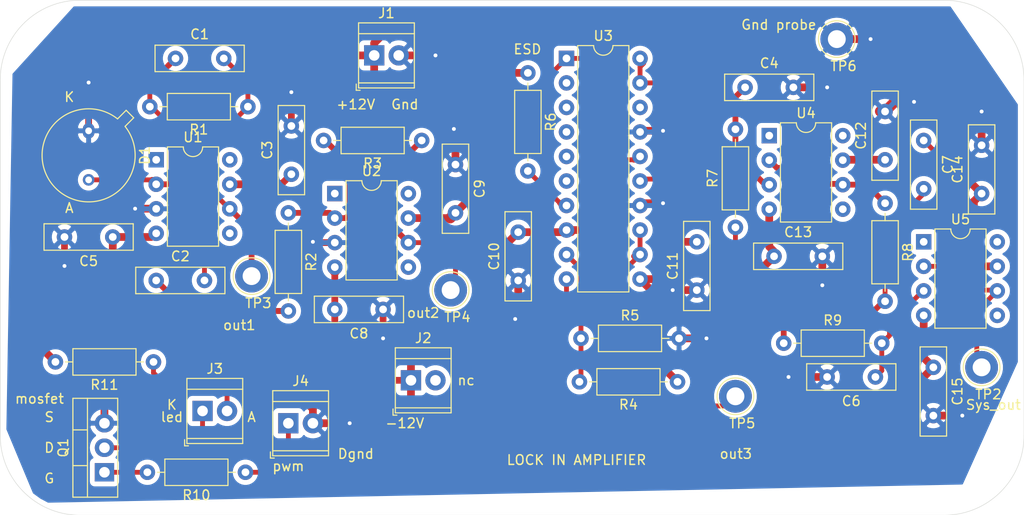
<source format=kicad_pcb>
(kicad_pcb (version 20171130) (host pcbnew 5.1.4-e60b266~84~ubuntu18.04.1)
  (layers (0 F.Cu signal) (31 B.Cu signal) (34 B.Paste user) (35 F.Paste user) (36 B.SilkS user) (37 F.SilkS user) (38 B.Mask user) (39 F.Mask user) (44 Edge.Cuts user))
  (net 0 "")
  (net 1 "Net-(C2-Pad1)")
  (net 2 -12V)
  (net 3 GND)
  (net 4 "Net-(C4-Pad1)")
  (net 5 +12V)
  (net 6 "Net-(C6-Pad1)")
  (net 7 "Net-(C7-Pad1)")
  (net 8 "Net-(C7-Pad2)")
  (net 9 "Net-(R4-Pad2)")
  (net 10 "Net-(R6-Pad2)")
  (net 11 "Net-(R7-Pad1)")
  (net 12 "Net-(R8-Pad1)")
  (net 13 "Net-(U2-Pad1)")
  (net 14 "Net-(U2-Pad5)")
  (net 15 "Net-(U2-Pad8)")
  (net 16 "Net-(U3-Pad2)")
  (net 17 "Net-(U3-Pad3)")
  (net 18 "Net-(U3-Pad4)")
  (net 19 "Net-(U3-Pad5)")
  (net 20 "Net-(U3-Pad6)")
  (net 21 "Net-(U3-Pad18)")
  (net 22 "Net-(U4-Pad8)")
  (net 23 "Net-(U4-Pad5)")
  (net 24 "Net-(U4-Pad1)")
  (net 25 "Net-(U5-Pad8)")
  (net 26 "Net-(U5-Pad5)")
  (net 27 "Net-(U5-Pad1)")
  (net 28 "Net-(C1-Pad1)")
  (net 29 "Net-(C1-Pad2)")
  (net 30 "Net-(U1-Pad1)")
  (net 31 "Net-(U1-Pad5)")
  (net 32 "Net-(U1-Pad8)")
  (net 33 "Net-(J2-Pad2)")
  (net 34 "Net-(R2-Pad1)")
  (net 35 "Net-(J3-Pad1)")
  (net 36 "Net-(J3-Pad2)")
  (net 37 "Net-(Q1-Pad1)")
  (net 38 /pwm)
  (net 39 /demod_ip)
  (net 40 /Rf)
  (module Package_DIP:DIP-8_W7.62mm (layer F.Cu) (at 128 74)
    (fp_text reference U2 (at 3.81 -2.33) (layer F.SilkS))
    (fp_text value TL081)
    (pad 1 thru_hole rect (at 0 0) (size 1.6 1.6) (drill 0.8) (layers *.Cu *.Mask) (net 13 "Net-(U2-Pad1)"))
    (pad 5 thru_hole oval (at 7.62 7.62) (size 1.6 1.6) (drill 0.8) (layers *.Cu *.Mask) (net 14 "Net-(U2-Pad5)"))
    (pad 2 thru_hole oval (at 0 2.54) (size 1.6 1.6) (drill 0.8) (layers *.Cu *.Mask) (net 34 "Net-(R2-Pad1)"))
    (pad 6 thru_hole oval (at 7.62 5.08) (size 1.6 1.6) (drill 0.8) (layers *.Cu *.Mask) (net 39 /demod_ip))
    (pad 3 thru_hole oval (at 0 5.08) (size 1.6 1.6) (drill 0.8) (layers *.Cu *.Mask) (net 3 GND))
    (pad 7 thru_hole oval (at 7.62 2.54) (size 1.6 1.6) (drill 0.8) (layers *.Cu *.Mask) (net 5 +12V))
    (pad 4 thru_hole oval (at 0 7.62) (size 1.6 1.6) (drill 0.8) (layers *.Cu *.Mask) (net 2 -12V))
    (pad 8 thru_hole oval (at 7.62 0) (size 1.6 1.6) (drill 0.8) (layers *.Cu *.Mask) (net 15 "Net-(U2-Pad8)"))
  )
  (module Resistor_THT:R_Axial_DIN0207_L6.3mm_D2.5mm_P10.16mm_Horizontal (layer F.Cu) (at 123.19 76 270)
    (fp_text reference R2 (at 5.08 -2.37 90) (layer F.SilkS))
    (fp_text value 2.2k)
    (pad 1 thru_hole circle (at 0 0 270) (size 1.6 1.6) (drill 0.8) (layers *.Cu *.Mask) (net 34 "Net-(R2-Pad1)"))
    (pad 2 thru_hole oval (at 10.16 0 270) (size 1.6 1.6) (drill 0.8) (layers *.Cu *.Mask) (net 1 "Net-(C2-Pad1)"))
  )
  (module Resistor_THT:R_Axial_DIN0207_L6.3mm_D2.5mm_P10.16mm_Horizontal (layer F.Cu) (at 137 68.5 180)
    (fp_text reference R3 (at 5.08 -2.37) (layer F.SilkS))
    (fp_text value 220k)
    (pad 1 thru_hole circle (at 0 0 180) (size 1.6 1.6) (drill 0.8) (layers *.Cu *.Mask) (net 39 /demod_ip))
    (pad 2 thru_hole oval (at 10.16 0 180) (size 1.6 1.6) (drill 0.8) (layers *.Cu *.Mask) (net 34 "Net-(R2-Pad1)"))
  )
  (module Resistor_THT:R_Axial_DIN0207_L6.3mm_D2.5mm_P10.16mm_Horizontal (layer F.Cu) (at 163.5 93.5 180)
    (fp_text reference R4 (at 5.08 -2.37) (layer F.SilkS))
    (fp_text value 10k)
    (pad 1 thru_hole circle (at 0 0 180) (size 1.6 1.6) (drill 0.8) (layers *.Cu *.Mask) (net 5 +12V))
    (pad 2 thru_hole oval (at 10.16 0 180) (size 1.6 1.6) (drill 0.8) (layers *.Cu *.Mask) (net 9 "Net-(R4-Pad2)"))
  )
  (module Resistor_THT:R_Axial_DIN0207_L6.3mm_D2.5mm_P10.16mm_Horizontal (layer F.Cu) (at 153.5 89)
    (fp_text reference R5 (at 5.08 -2.37) (layer F.SilkS))
    (fp_text value 1k)
    (pad 2 thru_hole oval (at 10.16 0) (size 1.6 1.6) (drill 0.8) (layers *.Cu *.Mask) (net 3 GND))
    (pad 1 thru_hole circle (at 0 0) (size 1.6 1.6) (drill 0.8) (layers *.Cu *.Mask) (net 9 "Net-(R4-Pad2)"))
  )
  (module Resistor_THT:R_Axial_DIN0207_L6.3mm_D2.5mm_P10.16mm_Horizontal (layer F.Cu) (at 148 61.5 270)
    (fp_text reference R6 (at 5.08 -2.37 90) (layer F.SilkS))
    (fp_text value 10k)
    (pad 2 thru_hole oval (at 10.16 0 270) (size 1.6 1.6) (drill 0.8) (layers *.Cu *.Mask) (net 10 "Net-(R6-Pad2)"))
    (pad 1 thru_hole circle (at 0 0 270) (size 1.6 1.6) (drill 0.8) (layers *.Cu *.Mask) (net 5 +12V))
  )
  (module Resistor_THT:R_Axial_DIN0207_L6.3mm_D2.5mm_P10.16mm_Horizontal (layer F.Cu) (at 169.5 77.5 90)
    (fp_text reference R7 (at 5.08 -2.37 90) (layer F.SilkS))
    (fp_text value 72k)
    (pad 1 thru_hole circle (at 0 0 90) (size 1.6 1.6) (drill 0.8) (layers *.Cu *.Mask) (net 11 "Net-(R7-Pad1)"))
    (pad 2 thru_hole oval (at 10.16 0 90) (size 1.6 1.6) (drill 0.8) (layers *.Cu *.Mask) (net 4 "Net-(C4-Pad1)"))
  )
  (module Resistor_THT:R_Axial_DIN0207_L6.3mm_D2.5mm_P10.16mm_Horizontal (layer F.Cu) (at 185 75 270)
    (fp_text reference R8 (at 5.08 -2.37 90) (layer F.SilkS))
    (fp_text value 72k)
    (pad 2 thru_hole oval (at 10.16 0 270) (size 1.6 1.6) (drill 0.8) (layers *.Cu *.Mask) (net 8 "Net-(C7-Pad2)"))
    (pad 1 thru_hole circle (at 0 0 270) (size 1.6 1.6) (drill 0.8) (layers *.Cu *.Mask) (net 12 "Net-(R8-Pad1)"))
  )
  (module Resistor_THT:R_Axial_DIN0207_L6.3mm_D2.5mm_P10.16mm_Horizontal (layer F.Cu) (at 174.5 89.5)
    (fp_text reference R9 (at 5.08 -2.37) (layer F.SilkS))
    (fp_text value 72k)
    (pad 1 thru_hole circle (at 0 0) (size 1.6 1.6) (drill 0.8) (layers *.Cu *.Mask) (net 8 "Net-(C7-Pad2)"))
    (pad 2 thru_hole oval (at 10.16 0) (size 1.6 1.6) (drill 0.8) (layers *.Cu *.Mask) (net 6 "Net-(C6-Pad1)"))
  )
  (module TestPoint:TestPoint_Loop_D2.50mm_Drill1.85mm (layer F.Cu) (at 195 92)
    (fp_text reference TP2 (at 0.7 2.8) (layer F.SilkS))
    (fp_text value TestPoint)
    (pad 1 thru_hole circle (at 0 0) (size 3.4 3.4) (drill 1.85) (layers *.Cu *.Mask) (net 7 "Net-(C7-Pad1)"))
  )
  (module TestPoint:TestPoint_Loop_D2.50mm_Drill1.85mm (layer F.Cu) (at 140 84)
    (fp_text reference TP4 (at 0.7 2.8) (layer F.SilkS))
    (fp_text value TestPoint)
    (pad 1 thru_hole circle (at 0 0) (size 3.4 3.4) (drill 1.85) (layers *.Cu *.Mask) (net 39 /demod_ip))
  )
  (module TestPoint:TestPoint_Loop_D2.50mm_Drill1.85mm (layer F.Cu) (at 169.5 95)
    (fp_text reference TP5 (at 0.7 2.8) (layer F.SilkS))
    (fp_text value TestPoint)
    (pad 1 thru_hole circle (at 0 0) (size 3.4 3.4) (drill 1.85) (layers *.Cu *.Mask) (net 11 "Net-(R7-Pad1)"))
  )
  (module Package_DIP:DIP-20_W7.62mm (layer F.Cu) (at 152 60)
    (fp_text reference U3 (at 3.81 -2.33) (layer F.SilkS))
    (fp_text value AD630ARZ)
    (pad 1 thru_hole rect (at 0 0) (size 1.6 1.6) (drill 0.8) (layers *.Cu *.Mask) (net 39 /demod_ip))
    (pad 11 thru_hole oval (at 7.62 22.86) (size 1.6 1.6) (drill 0.8) (layers *.Cu *.Mask) (net 5 +12V))
    (pad 2 thru_hole oval (at 0 2.54) (size 1.6 1.6) (drill 0.8) (layers *.Cu *.Mask) (net 16 "Net-(U3-Pad2)"))
    (pad 12 thru_hole oval (at 7.62 20.32) (size 1.6 1.6) (drill 0.8) (layers *.Cu *.Mask) (net 11 "Net-(R7-Pad1)"))
    (pad 3 thru_hole oval (at 0 5.08) (size 1.6 1.6) (drill 0.8) (layers *.Cu *.Mask) (net 17 "Net-(U3-Pad3)"))
    (pad 13 thru_hole oval (at 7.62 17.78) (size 1.6 1.6) (drill 0.8) (layers *.Cu *.Mask) (net 11 "Net-(R7-Pad1)"))
    (pad 4 thru_hole oval (at 0 7.62) (size 1.6 1.6) (drill 0.8) (layers *.Cu *.Mask) (net 18 "Net-(U3-Pad4)"))
    (pad 14 thru_hole oval (at 7.62 15.24) (size 1.6 1.6) (drill 0.8) (layers *.Cu *.Mask) (net 3 GND))
    (pad 5 thru_hole oval (at 0 10.16) (size 1.6 1.6) (drill 0.8) (layers *.Cu *.Mask) (net 19 "Net-(U3-Pad5)"))
    (pad 15 thru_hole oval (at 7.62 12.7) (size 1.6 1.6) (drill 0.8) (layers *.Cu *.Mask) (net 40 /Rf))
    (pad 6 thru_hole oval (at 0 12.7) (size 1.6 1.6) (drill 0.8) (layers *.Cu *.Mask) (net 20 "Net-(U3-Pad6)"))
    (pad 16 thru_hole oval (at 7.62 10.16) (size 1.6 1.6) (drill 0.8) (layers *.Cu *.Mask) (net 39 /demod_ip))
    (pad 7 thru_hole oval (at 0 15.24) (size 1.6 1.6) (drill 0.8) (layers *.Cu *.Mask) (net 10 "Net-(R6-Pad2)"))
    (pad 17 thru_hole oval (at 7.62 7.62) (size 1.6 1.6) (drill 0.8) (layers *.Cu *.Mask) (net 3 GND))
    (pad 8 thru_hole oval (at 0 17.78) (size 1.6 1.6) (drill 0.8) (layers *.Cu *.Mask) (net 2 -12V))
    (pad 18 thru_hole oval (at 7.62 5.08) (size 1.6 1.6) (drill 0.8) (layers *.Cu *.Mask) (net 21 "Net-(U3-Pad18)"))
    (pad 9 thru_hole oval (at 0 20.32) (size 1.6 1.6) (drill 0.8) (layers *.Cu *.Mask) (net 9 "Net-(R4-Pad2)"))
    (pad 19 thru_hole oval (at 7.62 2.54) (size 1.6 1.6) (drill 0.8) (layers *.Cu *.Mask) (net 40 /Rf))
    (pad 10 thru_hole oval (at 0 22.86) (size 1.6 1.6) (drill 0.8) (layers *.Cu *.Mask) (net 38 /pwm))
    (pad 20 thru_hole oval (at 7.62 0) (size 1.6 1.6) (drill 0.8) (layers *.Cu *.Mask) (net 40 /Rf))
  )
  (module Package_DIP:DIP-8_W7.62mm (layer F.Cu) (at 173 68)
    (fp_text reference U4 (at 3.81 -2.33) (layer F.SilkS))
    (fp_text value TL081)
    (pad 8 thru_hole oval (at 7.62 0) (size 1.6 1.6) (drill 0.8) (layers *.Cu *.Mask) (net 22 "Net-(U4-Pad8)"))
    (pad 4 thru_hole oval (at 0 7.62) (size 1.6 1.6) (drill 0.8) (layers *.Cu *.Mask) (net 2 -12V))
    (pad 7 thru_hole oval (at 7.62 2.54) (size 1.6 1.6) (drill 0.8) (layers *.Cu *.Mask) (net 5 +12V))
    (pad 3 thru_hole oval (at 0 5.08) (size 1.6 1.6) (drill 0.8) (layers *.Cu *.Mask) (net 4 "Net-(C4-Pad1)"))
    (pad 6 thru_hole oval (at 7.62 5.08) (size 1.6 1.6) (drill 0.8) (layers *.Cu *.Mask) (net 12 "Net-(R8-Pad1)"))
    (pad 2 thru_hole oval (at 0 2.54) (size 1.6 1.6) (drill 0.8) (layers *.Cu *.Mask) (net 12 "Net-(R8-Pad1)"))
    (pad 5 thru_hole oval (at 7.62 7.62) (size 1.6 1.6) (drill 0.8) (layers *.Cu *.Mask) (net 23 "Net-(U4-Pad5)"))
    (pad 1 thru_hole rect (at 0 0) (size 1.6 1.6) (drill 0.8) (layers *.Cu *.Mask) (net 24 "Net-(U4-Pad1)"))
  )
  (module Package_DIP:DIP-8_W7.62mm (layer F.Cu) (at 189 79)
    (fp_text reference U5 (at 3.81 -2.33) (layer F.SilkS))
    (fp_text value TL081)
    (pad 8 thru_hole oval (at 7.62 0) (size 1.6 1.6) (drill 0.8) (layers *.Cu *.Mask) (net 25 "Net-(U5-Pad8)"))
    (pad 4 thru_hole oval (at 0 7.62) (size 1.6 1.6) (drill 0.8) (layers *.Cu *.Mask) (net 2 -12V))
    (pad 7 thru_hole oval (at 7.62 2.54) (size 1.6 1.6) (drill 0.8) (layers *.Cu *.Mask) (net 5 +12V))
    (pad 3 thru_hole oval (at 0 5.08) (size 1.6 1.6) (drill 0.8) (layers *.Cu *.Mask) (net 6 "Net-(C6-Pad1)"))
    (pad 6 thru_hole oval (at 7.62 5.08) (size 1.6 1.6) (drill 0.8) (layers *.Cu *.Mask) (net 7 "Net-(C7-Pad1)"))
    (pad 2 thru_hole oval (at 0 2.54) (size 1.6 1.6) (drill 0.8) (layers *.Cu *.Mask) (net 7 "Net-(C7-Pad1)"))
    (pad 5 thru_hole oval (at 7.62 7.62) (size 1.6 1.6) (drill 0.8) (layers *.Cu *.Mask) (net 26 "Net-(U5-Pad5)"))
    (pad 1 thru_hole rect (at 0 0) (size 1.6 1.6) (drill 0.8) (layers *.Cu *.Mask) (net 27 "Net-(U5-Pad1)"))
  )
  (module TestPoint:TestPoint_Loop_D2.50mm_Drill1.85mm (layer F.Cu) (at 180 58)
    (fp_text reference TP6 (at 0.7 2.8) (layer F.SilkS))
    (fp_text value TestPoint)
    (pad 1 thru_hole circle (at 0 0) (size 3.4 3.4) (drill 1.85) (layers *.Cu *.Mask) (net 3 GND))
  )
  (module Capacitor_THT:C_Disc_D9.0mm_W2.5mm_P5.00mm (layer F.Cu) (at 109.5 83)
    (fp_text reference C2 (at 2.5 -2.5) (layer F.SilkS))
    (fp_text value 1u)
    (pad 2 thru_hole circle (at 5 0) (size 1.6 1.6) (drill 0.8) (layers *.Cu *.Mask) (net 29 "Net-(C1-Pad2)"))
    (pad 1 thru_hole circle (at 0 0) (size 1.6 1.6) (drill 0.8) (layers *.Cu *.Mask) (net 1 "Net-(C2-Pad1)"))
  )
  (module Capacitor_THT:C_Disc_D9.0mm_W2.5mm_P5.00mm (layer F.Cu) (at 170.5 63)
    (fp_text reference C4 (at 2.5 -2.5) (layer F.SilkS))
    (fp_text value 0.01u)
    (pad 2 thru_hole circle (at 5 0) (size 1.6 1.6) (drill 0.8) (layers *.Cu *.Mask) (net 3 GND))
    (pad 1 thru_hole circle (at 0 0) (size 1.6 1.6) (drill 0.8) (layers *.Cu *.Mask) (net 4 "Net-(C4-Pad1)"))
  )
  (module Capacitor_THT:C_Disc_D9.0mm_W2.5mm_P5.00mm (layer F.Cu) (at 184 93 180)
    (fp_text reference C6 (at 2.5 -2.5) (layer F.SilkS))
    (fp_text value 2n)
    (pad 2 thru_hole circle (at 5 0 180) (size 1.6 1.6) (drill 0.8) (layers *.Cu *.Mask) (net 3 GND))
    (pad 1 thru_hole circle (at 0 0 180) (size 1.6 1.6) (drill 0.8) (layers *.Cu *.Mask) (net 6 "Net-(C6-Pad1)"))
  )
  (module Capacitor_THT:C_Disc_D9.0mm_W2.5mm_P5.00mm (layer F.Cu) (at 189 68.5 270)
    (fp_text reference C7 (at 2.5 -2.5 90) (layer F.SilkS))
    (fp_text value 20n)
    (pad 1 thru_hole circle (at 0 0 270) (size 1.6 1.6) (drill 0.8) (layers *.Cu *.Mask) (net 7 "Net-(C7-Pad1)"))
    (pad 2 thru_hole circle (at 5 0 270) (size 1.6 1.6) (drill 0.8) (layers *.Cu *.Mask) (net 8 "Net-(C7-Pad2)"))
  )
  (module Capacitor_THT:C_Disc_D9.0mm_W2.5mm_P5.00mm (layer F.Cu) (at 133 86 180)
    (fp_text reference C8 (at 2.5 -2.5) (layer F.SilkS))
    (fp_text value 0.01u)
    (pad 1 thru_hole circle (at 0 0 180) (size 1.6 1.6) (drill 0.8) (layers *.Cu *.Mask) (net 3 GND))
    (pad 2 thru_hole circle (at 5 0 180) (size 1.6 1.6) (drill 0.8) (layers *.Cu *.Mask) (net 2 -12V))
  )
  (module Capacitor_THT:C_Disc_D9.0mm_W2.5mm_P5.00mm (layer F.Cu) (at 140.5 71 270)
    (fp_text reference C9 (at 2.5 -2.5 90) (layer F.SilkS))
    (fp_text value 0.01u)
    (pad 2 thru_hole circle (at 5 0 270) (size 1.6 1.6) (drill 0.8) (layers *.Cu *.Mask) (net 5 +12V))
    (pad 1 thru_hole circle (at 0 0 270) (size 1.6 1.6) (drill 0.8) (layers *.Cu *.Mask) (net 3 GND))
  )
  (module Capacitor_THT:C_Disc_D9.0mm_W2.5mm_P5.00mm (layer F.Cu) (at 147 83 90)
    (fp_text reference C10 (at 2.5 -2.5 90) (layer F.SilkS))
    (fp_text value 0.01u)
    (pad 2 thru_hole circle (at 5 0 90) (size 1.6 1.6) (drill 0.8) (layers *.Cu *.Mask) (net 2 -12V))
    (pad 1 thru_hole circle (at 0 0 90) (size 1.6 1.6) (drill 0.8) (layers *.Cu *.Mask) (net 3 GND))
  )
  (module Capacitor_THT:C_Disc_D9.0mm_W2.5mm_P5.00mm (layer F.Cu) (at 165.5 84 90)
    (fp_text reference C11 (at 2.5 -2.5 90) (layer F.SilkS))
    (fp_text value 0.01u)
    (pad 1 thru_hole circle (at 0 0 90) (size 1.6 1.6) (drill 0.8) (layers *.Cu *.Mask) (net 3 GND))
    (pad 2 thru_hole circle (at 5 0 90) (size 1.6 1.6) (drill 0.8) (layers *.Cu *.Mask) (net 5 +12V))
  )
  (module Capacitor_THT:C_Disc_D9.0mm_W2.5mm_P5.00mm (layer F.Cu) (at 185 70.5 90)
    (fp_text reference C12 (at 2.5 -2.5 90) (layer F.SilkS))
    (fp_text value 0.01u)
    (pad 1 thru_hole circle (at 0 0 90) (size 1.6 1.6) (drill 0.8) (layers *.Cu *.Mask) (net 5 +12V))
    (pad 2 thru_hole circle (at 5 0 90) (size 1.6 1.6) (drill 0.8) (layers *.Cu *.Mask) (net 3 GND))
  )
  (module Capacitor_THT:C_Disc_D9.0mm_W2.5mm_P5.00mm (layer F.Cu) (at 173.5 80.5)
    (fp_text reference C13 (at 2.5 -2.5) (layer F.SilkS))
    (fp_text value 0.01u)
    (pad 2 thru_hole circle (at 5 0) (size 1.6 1.6) (drill 0.8) (layers *.Cu *.Mask) (net 3 GND))
    (pad 1 thru_hole circle (at 0 0) (size 1.6 1.6) (drill 0.8) (layers *.Cu *.Mask) (net 2 -12V))
  )
  (module Capacitor_THT:C_Disc_D9.0mm_W2.5mm_P5.00mm (layer F.Cu) (at 195 74 90)
    (fp_text reference C14 (at 2.5 -2.5 90) (layer F.SilkS))
    (fp_text value 0.01u)
    (pad 1 thru_hole circle (at 0 0 90) (size 1.6 1.6) (drill 0.8) (layers *.Cu *.Mask) (net 5 +12V))
    (pad 2 thru_hole circle (at 5 0 90) (size 1.6 1.6) (drill 0.8) (layers *.Cu *.Mask) (net 3 GND))
  )
  (module Capacitor_THT:C_Disc_D9.0mm_W2.5mm_P5.00mm (layer F.Cu) (at 190 92 270)
    (fp_text reference C15 (at 2.5 -2.5 90) (layer F.SilkS))
    (fp_text value 0.01u)
    (pad 1 thru_hole circle (at 0 0 270) (size 1.6 1.6) (drill 0.8) (layers *.Cu *.Mask) (net 2 -12V))
    (pad 2 thru_hole circle (at 5 0 270) (size 1.6 1.6) (drill 0.8) (layers *.Cu *.Mask) (net 3 GND))
  )
  (module Capacitor_THT:C_Disc_D9.0mm_W2.5mm_P5.00mm (layer F.Cu) (at 111.5 60)
    (fp_text reference C1 (at 2.5 -2.5) (layer F.SilkS))
    (fp_text value 10p)
    (pad 1 thru_hole circle (at 0 0) (size 1.6 1.6) (drill 0.8) (layers *.Cu *.Mask) (net 28 "Net-(C1-Pad1)"))
    (pad 2 thru_hole circle (at 5 0) (size 1.6 1.6) (drill 0.8) (layers *.Cu *.Mask) (net 29 "Net-(C1-Pad2)"))
  )
  (module Capacitor_THT:C_Disc_D9.0mm_W2.5mm_P5.00mm (layer F.Cu) (at 123.5 72 90)
    (fp_text reference C3 (at 2.5 -2.5 90) (layer F.SilkS))
    (fp_text value 0.01u)
    (pad 1 thru_hole circle (at 0 0 90) (size 1.6 1.6) (drill 0.8) (layers *.Cu *.Mask) (net 5 +12V))
    (pad 2 thru_hole circle (at 5 0 90) (size 1.6 1.6) (drill 0.8) (layers *.Cu *.Mask) (net 3 GND))
  )
  (module Capacitor_THT:C_Disc_D9.0mm_W2.5mm_P5.00mm (layer F.Cu) (at 105 78.5 180)
    (fp_text reference C5 (at 2.5 -2.5) (layer F.SilkS))
    (fp_text value 0.01u)
    (pad 2 thru_hole circle (at 5 0 180) (size 1.6 1.6) (drill 0.8) (layers *.Cu *.Mask) (net 3 GND))
    (pad 1 thru_hole circle (at 0 0 180) (size 1.6 1.6) (drill 0.8) (layers *.Cu *.Mask) (net 2 -12V))
  )
  (module Package_TO_SOT_THT:TO-5-2_Window (layer F.Cu) (at 102.5 67.5 270)
    (fp_text reference D1 (at 2.54 -5.82 90) (layer F.SilkS))
    (fp_text value BPW21)
    (pad 1 thru_hole oval (at 0 0 270) (size 1.6 1.2) (drill 0.7) (layers *.Cu *.Mask) (net 3 GND))
    (pad 2 thru_hole oval (at 5.08 0 270) (size 1.2 1.2) (drill 0.7) (layers *.Cu *.Mask) (net 28 "Net-(C1-Pad1)"))
  )
  (module Resistor_THT:R_Axial_DIN0207_L6.3mm_D2.5mm_P10.16mm_Horizontal (layer F.Cu) (at 119 65 180)
    (fp_text reference R1 (at 5.08 -2.37) (layer F.SilkS))
    (fp_text value 1meg)
    (pad 1 thru_hole circle (at 0 0 180) (size 1.6 1.6) (drill 0.8) (layers *.Cu *.Mask) (net 29 "Net-(C1-Pad2)"))
    (pad 2 thru_hole oval (at 10.16 0 180) (size 1.6 1.6) (drill 0.8) (layers *.Cu *.Mask) (net 28 "Net-(C1-Pad1)"))
  )
  (module Package_DIP:DIP-8_W7.62mm (layer F.Cu) (at 109.5 70.5)
    (fp_text reference U1 (at 3.81 -2.33) (layer F.SilkS))
    (fp_text value TL081)
    (pad 1 thru_hole rect (at 0 0) (size 1.6 1.6) (drill 0.8) (layers *.Cu *.Mask) (net 30 "Net-(U1-Pad1)"))
    (pad 5 thru_hole oval (at 7.62 7.62) (size 1.6 1.6) (drill 0.8) (layers *.Cu *.Mask) (net 31 "Net-(U1-Pad5)"))
    (pad 2 thru_hole oval (at 0 2.54) (size 1.6 1.6) (drill 0.8) (layers *.Cu *.Mask) (net 28 "Net-(C1-Pad1)"))
    (pad 6 thru_hole oval (at 7.62 5.08) (size 1.6 1.6) (drill 0.8) (layers *.Cu *.Mask) (net 29 "Net-(C1-Pad2)"))
    (pad 3 thru_hole oval (at 0 5.08) (size 1.6 1.6) (drill 0.8) (layers *.Cu *.Mask) (net 3 GND))
    (pad 7 thru_hole oval (at 7.62 2.54) (size 1.6 1.6) (drill 0.8) (layers *.Cu *.Mask) (net 5 +12V))
    (pad 4 thru_hole oval (at 0 7.62) (size 1.6 1.6) (drill 0.8) (layers *.Cu *.Mask) (net 2 -12V))
    (pad 8 thru_hole oval (at 7.62 0) (size 1.6 1.6) (drill 0.8) (layers *.Cu *.Mask) (net 32 "Net-(U1-Pad8)"))
  )
  (module TestPoint:TestPoint_Loop_D2.50mm_Drill1.85mm (layer F.Cu) (at 119.38 82.55)
    (fp_text reference TP3 (at 0.7 2.8) (layer F.SilkS))
    (fp_text value TestPoint)
    (pad 1 thru_hole circle (at 0 0) (size 3.4 3.4) (drill 1.85) (layers *.Cu *.Mask) (net 29 "Net-(C1-Pad2)"))
  )
  (module Package_TO_SOT_THT:TO-220-3_Vertical (layer F.Cu) (at 104.14 102.87 90)
    (fp_text reference Q1 (at 2.54 -4.27 90) (layer F.SilkS))
    (fp_text value FQP30N06L)
    (pad 1 thru_hole rect (at 0 0 90) (size 1.905 2) (drill 1.1) (layers *.Cu *.Mask) (net 37 "Net-(Q1-Pad1)"))
    (pad 2 thru_hole oval (at 2.54 0 90) (size 1.905 2) (drill 1.1) (layers *.Cu *.Mask) (net 35 "Net-(J3-Pad1)"))
    (pad 3 thru_hole oval (at 5.08 0 90) (size 1.905 2) (drill 1.1) (layers *.Cu *.Mask) (net 3 GND))
  )
  (module Resistor_THT:R_Axial_DIN0207_L6.3mm_D2.5mm_P10.16mm_Horizontal (layer F.Cu) (at 118.745 102.87 180)
    (fp_text reference R10 (at 5.08 -2.37) (layer F.SilkS))
    (fp_text value 1k)
    (pad 1 thru_hole circle (at 0 0 180) (size 1.6 1.6) (drill 0.8) (layers *.Cu *.Mask) (net 38 /pwm))
    (pad 2 thru_hole oval (at 10.16 0 180) (size 1.6 1.6) (drill 0.8) (layers *.Cu *.Mask) (net 37 "Net-(Q1-Pad1)"))
  )
  (module Resistor_THT:R_Axial_DIN0207_L6.3mm_D2.5mm_P10.16mm_Horizontal (layer F.Cu) (at 109.22 91.44 180)
    (fp_text reference R11 (at 5.08 -2.37) (layer F.SilkS))
    (fp_text value 1k)
    (pad 2 thru_hole oval (at 10.16 0 180) (size 1.6 1.6) (drill 0.8) (layers *.Cu *.Mask) (net 5 +12V))
    (pad 1 thru_hole circle (at 0 0 180) (size 1.6 1.6) (drill 0.8) (layers *.Cu *.Mask) (net 36 "Net-(J3-Pad2)"))
  )
  (module TerminalBlock_TE-Connectivity:TerminalBlock_TE_282834-2_1x02_P2.54mm_Horizontal (layer F.Cu) (at 132.08 59.69)
    (fp_text reference J1 (at 1.27 -4.37) (layer F.SilkS))
    (fp_text value Screw_Terminal_01x02)
    (pad 1 thru_hole rect (at 0 0) (size 2.1 2.1) (drill 1.1) (layers *.Cu *.Mask) (net 5 +12V))
    (pad 2 thru_hole circle (at 2.54 0) (size 2.1 2.1) (drill 1.1) (layers *.Cu *.Mask) (net 3 GND))
  )
  (module TerminalBlock_TE-Connectivity:TerminalBlock_TE_282834-2_1x02_P2.54mm_Horizontal (layer F.Cu) (at 135.89 93.345)
    (fp_text reference J2 (at 1.27 -4.37) (layer F.SilkS))
    (fp_text value Screw_Terminal_01x02)
    (pad 2 thru_hole circle (at 2.54 0) (size 2.1 2.1) (drill 1.1) (layers *.Cu *.Mask) (net 33 "Net-(J2-Pad2)"))
    (pad 1 thru_hole rect (at 0 0) (size 2.1 2.1) (drill 1.1) (layers *.Cu *.Mask) (net 2 -12V))
  )
  (module TerminalBlock_TE-Connectivity:TerminalBlock_TE_282834-2_1x02_P2.54mm_Horizontal (layer F.Cu) (at 114.3 96.52)
    (fp_text reference J3 (at 1.27 -4.37) (layer F.SilkS))
    (fp_text value Screw_Terminal_01x02)
    (pad 2 thru_hole circle (at 2.54 0) (size 2.1 2.1) (drill 1.1) (layers *.Cu *.Mask) (net 36 "Net-(J3-Pad2)"))
    (pad 1 thru_hole rect (at 0 0) (size 2.1 2.1) (drill 1.1) (layers *.Cu *.Mask) (net 35 "Net-(J3-Pad1)"))
  )
  (module TerminalBlock_TE-Connectivity:TerminalBlock_TE_282834-2_1x02_P2.54mm_Horizontal (layer F.Cu) (at 123.19 97.79)
    (fp_text reference J4 (at 1.27 -4.37) (layer F.SilkS))
    (fp_text value Screw_Terminal_01x02)
    (pad 1 thru_hole rect (at 0 0) (size 2.1 2.1) (drill 1.1) (layers *.Cu *.Mask) (net 38 /pwm))
    (pad 2 thru_hole circle (at 2.54 0) (size 2.1 2.1) (drill 1.1) (layers *.Cu *.Mask) (net 3 GND))
  )
  (gr_text ESD (at 147.955 59.055) (layer F.SilkS) (effects (font (size 1 1))))
  (gr_text "LOCK IN AMPLIFIER" (at 153.035 101.6) (layer F.SilkS) (effects (font (size 1 1))))
  (gr_text Sys_out (at 196.215 95.885) (layer F.SilkS) (effects (font (size 1 1))))
  (gr_text out3 (at 169.545 100.965) (layer F.SilkS) (effects (font (size 1 1))))
  (gr_text out2 (at 137.16 86.36) (layer F.SilkS) (effects (font (size 1 1))))
  (gr_text out1 (at 118.11 87.63) (layer F.SilkS) (effects (font (size 1 1))))
  (gr_text -12V (at 135.255 97.79) (layer F.SilkS) (effects (font (size 1 1))))
  (gr_text nc (at 141.605 93.345) (layer F.SilkS) (effects (font (size 1 1))))
  (gr_text S (at 98.425 97.155) (layer F.SilkS) (effects (font (size 1 1))))
  (gr_text D (at 98.425 100.33) (layer F.SilkS) (effects (font (size 1 1))))
  (gr_text G (at 98.425 103.505) (layer F.SilkS) (effects (font (size 1 1))))
  (gr_text "mosfet " (at 97.79 95.25) (layer F.SilkS) (effects (font (size 1 1))))
  (gr_text Dgnd (at 130.175 100.965) (layer F.SilkS) (effects (font (size 1 1))))
  (gr_text pwm (at 123.19 102.235) (layer F.SilkS) (effects (font (size 1 1))))
  (gr_text K (at 111.125 95.885) (layer F.SilkS) (effects (font (size 1 1))))
  (gr_text A (at 119.38 97.155) (layer F.SilkS) (effects (font (size 1 1))))
  (gr_text led (at 111.125 97.155) (layer F.SilkS) (effects (font (size 1 1))))
  (gr_text Gnd (at 135.255 64.77) (layer F.SilkS) (effects (font (size 1 1))))
  (gr_text +12V (at 130.175 64.77) (layer F.SilkS) (effects (font (size 1 1))))
  (gr_text "Gnd probe" (at 173.99 56.515) (layer F.SilkS) (effects (font (size 1 1))))
  (gr_arc (start 101.6 99.06) (end 93.345 99.06) (angle -90) (layer Edge.Cuts) (width 0.05))
  (gr_arc (start 191.135 99.06) (end 191.135 107.315) (angle -90) (layer Edge.Cuts) (width 0.05))
  (gr_arc (start 191.135 62.23) (end 199.39 62.23) (angle -90) (layer Edge.Cuts) (width 0.05))
  (gr_arc (start 101.6 62.23) (end 101.6 53.975) (angle -90) (layer Edge.Cuts) (width 0.05))
  (gr_line (start 93.345 99.06) (end 93.345 62.23) (layer Edge.Cuts) (width 0.05))
  (gr_line (start 191.135 107.315) (end 101.6 107.315) (layer Edge.Cuts) (width 0.05))
  (gr_line (start 199.39 62.23) (end 199.39 99.06) (layer Edge.Cuts) (width 0.05))
  (gr_line (start 101.6 53.975) (end 191.135 53.975) (layer Edge.Cuts) (width 0.05))
  (gr_text K (at 100.5 64) (layer F.SilkS) (effects (font (size 1 1))))
  (gr_text A (at 100.5 75.5) (layer F.SilkS) (effects (font (size 1 1))))
  (segment (start 109.5 83) (end 112.66 86.16) (width 0.6) (layer F.Cu) (net 1))
  (segment (start 123.19 86.16) (end 122.12 86.16) (width 0.6) (layer F.Cu) (net 1))
  (segment (start 112.66 86.16) (end 122.12 86.16) (width 0.6) (layer F.Cu) (net 1))
  (segment (start 122.12 86.16) (end 122.5 86.16) (width 0.6) (layer F.Cu) (net 1))
  (segment (start 128 82) (end 128 81.5) (width 1.1) (layer F.Cu) (net 2))
  (segment (start 128 81.62) (end 128 86) (width 0.7) (layer F.Cu) (net 2))
  (segment (start 109 78.5) (end 109.5 78) (width 0.7) (layer F.Cu) (net 2))
  (segment (start 147 78) (end 152.5 78) (width 0.8) (layer F.Cu) (net 2))
  (segment (start 145 80) (end 147 78) (width 0.8) (layer F.Cu) (net 2))
  (segment (start 173 75.62) (end 173 79.5) (width 0.8) (layer F.Cu) (net 2))
  (segment (start 173 79.5) (end 173.5 80) (width 0.8) (layer F.Cu) (net 2))
  (segment (start 173 97) (end 173 93.5) (width 0.8) (layer F.Cu) (net 2))
  (segment (start 173 93.5) (end 171.5 92) (width 0.8) (layer F.Cu) (net 2))
  (segment (start 171.5 92) (end 171.5 82.5) (width 0.8) (layer F.Cu) (net 2))
  (segment (start 171.5 82.5) (end 173.5 80.5) (width 0.8) (layer F.Cu) (net 2))
  (segment (start 172.25 97.75) (end 184.25 97.75) (width 0.8) (layer F.Cu) (net 2))
  (segment (start 172.25 97.75) (end 173 97) (width 0.8) (layer F.Cu) (net 2))
  (segment (start 184.25 97.75) (end 190 92) (width 0.8) (layer F.Cu) (net 2))
  (segment (start 189 86.62) (end 189 91) (width 0.8) (layer F.Cu) (net 2))
  (segment (start 189 91) (end 190 92) (width 0.8) (layer F.Cu) (net 2))
  (segment (start 107.5 78.5) (end 109 78.5) (width 0.8) (layer F.Cu) (net 2))
  (segment (start 105 78.5) (end 107.5 78.5) (width 0.8) (layer F.Cu) (net 2))
  (segment (start 128 86) (end 128 88) (width 0.7) (layer F.Cu) (net 2))
  (segment (start 135.89 91.195) (end 140.09 86.995) (width 0.8) (layer F.Cu) (net 2))
  (segment (start 135.89 93.345) (end 135.89 91.195) (width 0.8) (layer F.Cu) (net 2))
  (segment (start 145 84.194) (end 145 80) (width 0.8) (layer F.Cu) (net 2))
  (segment (start 142.199 86.995) (end 145 84.194) (width 0.8) (layer F.Cu) (net 2))
  (segment (start 140.09 86.995) (end 142.199 86.995) (width 0.8) (layer F.Cu) (net 2))
  (segment (start 133.345 93.345) (end 135.89 93.345) (width 0.7) (layer F.Cu) (net 2))
  (segment (start 128.585 88.585) (end 133.345 93.345) (width 0.7) (layer F.Cu) (net 2))
  (segment (start 128 88) (end 128.585 88.585) (width 0.7) (layer F.Cu) (net 2))
  (segment (start 105 78.5) (end 105 82.14) (width 0.8) (layer F.Cu) (net 2))
  (segment (start 105 82.14) (end 112.395 89.535) (width 0.8) (layer F.Cu) (net 2))
  (segment (start 132.08 95.885) (end 135.5 95.885) (width 0.8) (layer F.Cu) (net 2))
  (segment (start 112.395 89.535) (end 125.73 89.535) (width 0.8) (layer F.Cu) (net 2))
  (segment (start 125.73 89.535) (end 132.08 95.885) (width 0.8) (layer F.Cu) (net 2))
  (segment (start 135.5 95.885) (end 135.5 95.64) (width 0.7) (layer F.Cu) (net 2))
  (segment (start 135.89 95.495) (end 135.89 93.345) (width 0.8) (layer F.Cu) (net 2))
  (segment (start 135.745 95.64) (end 135.89 95.495) (width 0.8) (layer F.Cu) (net 2))
  (segment (start 135.5 95.64) (end 135.745 95.64) (width 0.7) (layer F.Cu) (net 2))
  (segment (start 155.575 90.805) (end 155.575 79.375) (width 0.8) (layer F.Cu) (net 2))
  (segment (start 163.195 98.425) (end 155.575 90.805) (width 0.8) (layer F.Cu) (net 2))
  (segment (start 155.575 79.375) (end 153.98 77.78) (width 0.8) (layer F.Cu) (net 2))
  (segment (start 172.25 97.75) (end 171.575 98.425) (width 0.8) (layer F.Cu) (net 2))
  (segment (start 153.98 77.78) (end 152 77.78) (width 0.8) (layer F.Cu) (net 2))
  (segment (start 171.575 98.425) (end 163.195 98.425) (width 0.8) (layer F.Cu) (net 2))
  (via (at 100 81.5) (size 0.8) (drill 0.4) (layers F.Cu B.Cu) (net 3))
  (via (at 129.54 97.79) (size 0.8) (drill 0.4) (layers F.Cu B.Cu) (net 3))
  (via (at 138.43 59.69) (size 0.8) (drill 0.4) (layers F.Cu B.Cu) (net 3))
  (via (at 102.5 62.5) (size 0.8) (drill 0.4) (layers F.Cu B.Cu) (net 3))
  (via (at 123.5 63.5) (size 0.8) (drill 0.4) (layers F.Cu B.Cu) (net 3))
  (via (at 195 65.5) (size 0.8) (drill 0.4) (layers F.Cu B.Cu) (net 3))
  (via (at 162 67.5) (size 0.8) (drill 0.4) (layers F.Cu B.Cu) (net 3))
  (via (at 133 89) (size 0.8) (drill 0.4) (layers F.Cu B.Cu) (net 3))
  (via (at 125.73 79) (size 0.8) (drill 0.4) (layers F.Cu B.Cu) (net 3))
  (via (at 107.315 75.565) (size 0.8) (drill 0.4) (layers F.Cu B.Cu) (net 3))
  (via (at 163 84) (size 0.8) (drill 0.4) (layers F.Cu B.Cu) (net 3))
  (via (at 166.5 89) (size 0.8) (drill 0.4) (layers F.Cu B.Cu) (net 3))
  (via (at 162 75) (size 0.8) (drill 0.4) (layers F.Cu B.Cu) (net 3))
  (via (at 178.5 83.5) (size 0.8) (drill 0.4) (layers F.Cu B.Cu) (net 3))
  (via (at 175 93) (size 0.8) (drill 0.4) (layers F.Cu B.Cu) (net 3))
  (via (at 193 97) (size 0.8) (drill 0.4) (layers F.Cu B.Cu) (net 3))
  (via (at 183.5 58) (size 0.8) (drill 0.4) (layers F.Cu B.Cu) (net 3))
  (via (at 179 63) (size 0.8) (drill 0.4) (layers F.Cu B.Cu) (net 3))
  (via (at 188 64.5) (size 0.8) (drill 0.4) (layers F.Cu B.Cu) (net 3))
  (segment (start 184.5 65.483562) (end 184.508219 65.491781) (width 1.1) (layer F.Cu) (net 3))
  (segment (start 178.5 80.5) (end 178.5 83.5) (width 0.8) (layer F.Cu) (net 3))
  (segment (start 102.5 67.5) (end 102.5 62.5) (width 0.7) (layer F.Cu) (net 3))
  (segment (start 183.5 58) (end 180 58) (width 0.8) (layer F.Cu) (net 3))
  (segment (start 123.5 67) (end 123.5 63.5) (width 0.7) (layer F.Cu) (net 3))
  (segment (start 133 86) (end 133 89) (width 0.7) (layer F.Cu) (net 3))
  (segment (start 162 67.5) (end 159.5 67.5) (width 0.8) (layer F.Cu) (net 3))
  (segment (start 175.5 63) (end 179 63) (width 0.8) (layer F.Cu) (net 3))
  (segment (start 162 75) (end 159.5 75) (width 0.8) (layer F.Cu) (net 3))
  (segment (start 185 65.5) (end 186 64.5) (width 1.1) (layer F.Cu) (net 3))
  (segment (start 186 64.5) (end 188.5 64.5) (width 0.8) (layer F.Cu) (net 3))
  (segment (start 190 97) (end 193 97) (width 0.8) (layer F.Cu) (net 3))
  (segment (start 195 69) (end 195 65.5) (width 0.8) (layer F.Cu) (net 3))
  (segment (start 163.66 89) (end 166.5 89) (width 0.8) (layer F.Cu) (net 3))
  (segment (start 134.62 59.69) (end 138.43 59.69) (width 0.8) (layer F.Cu) (net 3))
  (segment (start 100 78.5) (end 100 81.5) (width 0.7) (layer F.Cu) (net 3))
  (segment (start 109.485 75.565) (end 109.5 75.58) (width 1.1) (layer F.Cu) (net 3))
  (segment (start 107.315 75.565) (end 109.485 75.565) (width 0.8) (layer F.Cu) (net 3))
  (segment (start 175 93) (end 179 93) (width 0.8) (layer F.Cu) (net 3))
  (segment (start 165.5 84) (end 163 84) (width 0.8) (layer F.Cu) (net 3))
  (segment (start 125.81 79.08) (end 125.73 79) (width 0.7) (layer F.Cu) (net 3))
  (segment (start 128 79.08) (end 125.81 79.08) (width 0.7) (layer F.Cu) (net 3))
  (segment (start 125.73 96.305076) (end 125.73 97.79) (width 0.8) (layer F.Cu) (net 3))
  (segment (start 104.14 97.79) (end 104.14 92.075) (width 0.8) (layer F.Cu) (net 3))
  (segment (start 120.864924 91.44) (end 125.73 96.305076) (width 0.8) (layer F.Cu) (net 3))
  (segment (start 104.14 92.075) (end 106.68 89.535) (width 0.8) (layer F.Cu) (net 3))
  (segment (start 109.855 89.535) (end 111.76 91.44) (width 0.8) (layer F.Cu) (net 3))
  (segment (start 106.68 89.535) (end 109.855 89.535) (width 0.8) (layer F.Cu) (net 3))
  (segment (start 111.76 91.44) (end 120.864924 91.44) (width 0.8) (layer F.Cu) (net 3))
  (segment (start 125.73 97.79) (end 129.54 97.79) (width 0.8) (layer F.Cu) (net 3))
  (via (at 146.685 86.995) (size 0.8) (drill 0.4) (layers F.Cu B.Cu) (net 3))
  (segment (start 147 86.68) (end 146.685 86.995) (width 0.8) (layer F.Cu) (net 3))
  (segment (start 147 83) (end 147 86.68) (width 0.8) (layer F.Cu) (net 3))
  (via (at 140.335 67.31) (size 0.8) (drill 0.4) (layers F.Cu B.Cu) (net 3))
  (segment (start 140.5 67.475) (end 140.335 67.31) (width 0.8) (layer F.Cu) (net 3))
  (segment (start 140.5 71) (end 140.5 67.475) (width 0.8) (layer F.Cu) (net 3))
  (segment (start 169.5 67.34) (end 169.5 70) (width 0.6) (layer F.Cu) (net 4))
  (segment (start 169.5 70) (end 172.5 73) (width 0.6) (layer F.Cu) (net 4))
  (segment (start 169.5 67.34) (end 169.5 64) (width 0.6) (layer F.Cu) (net 4))
  (segment (start 169.5 64) (end 170.5 63) (width 0.6) (layer F.Cu) (net 4))
  (segment (start 135.62 76.54) (end 139.96 76.54) (width 0.8) (layer F.Cu) (net 5))
  (segment (start 139.96 76.54) (end 140.5 76) (width 1.1) (layer F.Cu) (net 5))
  (segment (start 163.5 78.98) (end 163.5 74.5) (width 0.8) (layer F.Cu) (net 5))
  (segment (start 163.5 74.5) (end 165.5 72.5) (width 0.8) (layer F.Cu) (net 5))
  (segment (start 165.5 72.5) (end 165.5 61) (width 0.8) (layer F.Cu) (net 5))
  (segment (start 163.52 79) (end 163.5 78.98) (width 1.1) (layer F.Cu) (net 5))
  (segment (start 165.5 79) (end 163.52 79) (width 0.8) (layer F.Cu) (net 5))
  (segment (start 159.5 89.5) (end 159.5 87) (width 0.8) (layer F.Cu) (net 5))
  (segment (start 163.5 93.5) (end 159.5 89.5) (width 0.8) (layer F.Cu) (net 5))
  (segment (start 159.5 87) (end 160.99 85.51) (width 0.8) (layer F.Cu) (net 5))
  (segment (start 184.5 70.5) (end 182.5 70.5) (width 0.8) (layer F.Cu) (net 5))
  (segment (start 182.5 70.5) (end 180.5 70.5) (width 0.8) (layer F.Cu) (net 5))
  (segment (start 182.5 67) (end 182.5 70.5) (width 0.8) (layer F.Cu) (net 5))
  (segment (start 181 65.5) (end 182.5 67) (width 0.8) (layer F.Cu) (net 5))
  (segment (start 175.294002 65.5) (end 181 65.5) (width 0.8) (layer F.Cu) (net 5))
  (segment (start 181 65.5) (end 181 64) (width 0.8) (layer F.Cu) (net 5))
  (segment (start 181 64) (end 183.5 61.5) (width 0.8) (layer F.Cu) (net 5))
  (segment (start 183.5 61.5) (end 189.5 61.5) (width 0.8) (layer F.Cu) (net 5))
  (segment (start 189.5 61.5) (end 190 61.5) (width 0.7) (layer F.Cu) (net 5))
  (segment (start 192.5 64) (end 192.5 71.5) (width 0.8) (layer F.Cu) (net 5))
  (segment (start 192.5 71.5) (end 195 74) (width 0.8) (layer F.Cu) (net 5))
  (segment (start 191.5 63) (end 192.5 64) (width 0.8) (layer F.Cu) (net 5))
  (segment (start 190 61.5) (end 191.5 63) (width 0.8) (layer F.Cu) (net 5))
  (segment (start 122.5 73) (end 123.5 72) (width 0.7) (layer F.Cu) (net 5))
  (segment (start 132.08 59.69) (end 132.08 59.565998) (width 1.1) (layer F.Cu) (net 5))
  (segment (start 99.06 91.44) (end 95.885 88.265) (width 0.8) (layer F.Cu) (net 5))
  (segment (start 95.885 88.265) (end 95.885 62.23) (width 0.8) (layer F.Cu) (net 5))
  (segment (start 95.885 62.23) (end 102.235 55.88) (width 0.8) (layer F.Cu) (net 5))
  (segment (start 120.65 55.88) (end 124.46 59.69) (width 0.8) (layer F.Cu) (net 5))
  (segment (start 102.235 55.88) (end 120.65 55.88) (width 0.8) (layer F.Cu) (net 5))
  (segment (start 124.46 59.69) (end 132.08 59.69) (width 0.8) (layer F.Cu) (net 5))
  (segment (start 140.5 76) (end 143.51 72.99) (width 0.8) (layer F.Cu) (net 5))
  (segment (start 164.3275 59.8275) (end 171.5875 59.8275) (width 0.8) (layer F.Cu) (net 5))
  (segment (start 164.3275 59.8275) (end 165.5 61) (width 0.8) (layer F.Cu) (net 5))
  (segment (start 171.5875 59.8275) (end 173.355 61.595) (width 0.8) (layer F.Cu) (net 5))
  (segment (start 173.355 63.560998) (end 175.294002 65.5) (width 0.8) (layer F.Cu) (net 5))
  (segment (start 173.355 61.595) (end 173.355 63.560998) (width 0.8) (layer F.Cu) (net 5))
  (segment (start 194.200001 74.799999) (end 195 74) (width 0.8) (layer F.Cu) (net 5))
  (segment (start 194.200001 81.170001) (end 194.200001 74.799999) (width 0.8) (layer F.Cu) (net 5))
  (segment (start 194.57 81.54) (end 194.200001 81.170001) (width 0.8) (layer F.Cu) (net 5))
  (segment (start 196.62 81.54) (end 194.57 81.54) (width 0.8) (layer F.Cu) (net 5))
  (segment (start 161.5 57) (end 164.3275 59.8275) (width 0.8) (layer F.Cu) (net 5))
  (segment (start 133.5 57) (end 161.5 57) (width 0.8) (layer F.Cu) (net 5))
  (segment (start 132.08 59.69) (end 132.08 58.42) (width 0.8) (layer F.Cu) (net 5))
  (segment (start 132.08 58.42) (end 133.5 57) (width 0.8) (layer F.Cu) (net 5))
  (segment (start 132.08 61.84) (end 134.375 64.135) (width 0.8) (layer F.Cu) (net 5))
  (segment (start 132.08 59.69) (end 132.08 61.84) (width 0.8) (layer F.Cu) (net 5))
  (segment (start 134.375 64.135) (end 141.605 64.135) (width 0.8) (layer F.Cu) (net 5))
  (segment (start 141.605 64.135) (end 142.875 65.405) (width 0.8) (layer F.Cu) (net 5))
  (segment (start 142.875 65.405) (end 143.51 65.405) (width 0.8) (layer F.Cu) (net 5))
  (segment (start 143.51 72.99) (end 143.51 65.405) (width 0.8) (layer F.Cu) (net 5))
  (segment (start 144.24 61.5) (end 148 61.5) (width 0.8) (layer F.Cu) (net 5))
  (segment (start 143.51 65.405) (end 143.51 62.23) (width 0.8) (layer F.Cu) (net 5))
  (segment (start 143.51 62.23) (end 144.24 61.5) (width 0.8) (layer F.Cu) (net 5))
  (segment (start 163.52 79) (end 163.52 80.955) (width 0.8) (layer F.Cu) (net 5))
  (segment (start 161.615 82.86) (end 159.62 82.86) (width 0.8) (layer F.Cu) (net 5))
  (segment (start 163.52 80.955) (end 161.615 82.86) (width 0.8) (layer F.Cu) (net 5))
  (segment (start 160.99 84.23) (end 159.62 82.86) (width 0.8) (layer F.Cu) (net 5))
  (segment (start 160.99 85.51) (end 160.99 84.23) (width 0.8) (layer F.Cu) (net 5))
  (segment (start 121.285 70.485) (end 118.73 73.04) (width 0.8) (layer F.Cu) (net 5))
  (segment (start 121.285 61.595) (end 121.285 70.485) (width 0.8) (layer F.Cu) (net 5))
  (segment (start 118.73 73.04) (end 117.12 73.04) (width 0.8) (layer F.Cu) (net 5))
  (segment (start 124.46 59.69) (end 123.19 59.69) (width 0.8) (layer F.Cu) (net 5))
  (segment (start 123.19 59.69) (end 121.285 61.595) (width 0.8) (layer F.Cu) (net 5))
  (segment (start 122.5 73) (end 119.405 73) (width 0.8) (layer F.Cu) (net 5))
  (segment (start 119.365 73.04) (end 118.73 73.04) (width 0.8) (layer F.Cu) (net 5))
  (segment (start 119.405 73) (end 119.365 73.04) (width 0.8) (layer F.Cu) (net 5))
  (segment (start 184.66 92.34) (end 184 93) (width 0.5) (layer F.Cu) (net 6))
  (segment (start 184.66 89.5) (end 184.66 92.34) (width 0.5) (layer F.Cu) (net 6))
  (segment (start 185.459999 88.700001) (end 185.459999 87.540001) (width 0.5) (layer F.Cu) (net 6))
  (segment (start 184.66 89.5) (end 185.459999 88.700001) (width 0.5) (layer F.Cu) (net 6))
  (segment (start 185.459999 87.540001) (end 189 84) (width 0.5) (layer F.Cu) (net 6))
  (segment (start 189 81.54) (end 191.04 81.54) (width 0.5) (layer F.Cu) (net 7))
  (segment (start 191.04 81.54) (end 193.5 84) (width 0.5) (layer F.Cu) (net 7))
  (segment (start 193.5 84) (end 196.5 84) (width 0.5) (layer F.Cu) (net 7))
  (segment (start 189 68.5) (end 191 70.5) (width 0.5) (layer F.Cu) (net 7))
  (segment (start 191 81.5) (end 191.04 81.54) (width 0.6) (layer F.Cu) (net 7))
  (segment (start 191 70.5) (end 191 81.5) (width 0.5) (layer F.Cu) (net 7))
  (segment (start 194.5 86.2) (end 196.62 84.08) (width 0.5) (layer F.Cu) (net 7))
  (segment (start 194.5 91) (end 194.5 86.2) (width 0.5) (layer F.Cu) (net 7))
  (segment (start 174.5 89.5) (end 174.5 88) (width 0.6) (layer F.Cu) (net 8))
  (segment (start 174.5 88) (end 176 86.5) (width 0.6) (layer F.Cu) (net 8))
  (segment (start 176 86.5) (end 183.5 86.5) (width 0.6) (layer F.Cu) (net 8))
  (segment (start 183.5 86.5) (end 185 85) (width 0.6) (layer F.Cu) (net 8))
  (segment (start 185 85.16) (end 185 79) (width 0.5) (layer F.Cu) (net 8))
  (segment (start 185 79) (end 185 78) (width 0.5) (layer F.Cu) (net 8))
  (segment (start 185 78) (end 189 74) (width 0.5) (layer F.Cu) (net 8))
  (segment (start 153.5 89) (end 153.5 93.5) (width 0.5) (layer F.Cu) (net 9))
  (segment (start 152 80.32) (end 153.5 81.82) (width 0.5) (layer F.Cu) (net 9))
  (segment (start 153.5 81.82) (end 153.5 89) (width 0.5) (layer F.Cu) (net 9))
  (segment (start 148 71.66) (end 151.34 75) (width 0.5) (layer F.Cu) (net 10))
  (segment (start 151.34 75) (end 152 75) (width 0.6) (layer F.Cu) (net 10))
  (segment (start 159.62 79.88) (end 159.62 77.78) (width 0.5) (layer F.Cu) (net 11))
  (segment (start 159 80.5) (end 159.62 79.88) (width 0.6) (layer F.Cu) (net 11))
  (segment (start 159.62 80.32) (end 157.5 82.44) (width 0.5) (layer F.Cu) (net 11))
  (segment (start 157.5 82.44) (end 157.5 90.5) (width 0.5) (layer F.Cu) (net 11))
  (segment (start 157.5 90.5) (end 162.5 95.5) (width 0.5) (layer F.Cu) (net 11))
  (segment (start 162.5 95.5) (end 163 96) (width 0.5) (layer F.Cu) (net 11))
  (segment (start 164.5 96) (end 169.5 91) (width 0.5) (layer F.Cu) (net 11))
  (segment (start 164.5 96) (end 168.5 96) (width 0.5) (layer F.Cu) (net 11))
  (segment (start 163 96) (end 164.5 96) (width 0.5) (layer F.Cu) (net 11))
  (segment (start 169.5 91) (end 169.5 78) (width 0.5) (layer F.Cu) (net 11))
  (segment (start 169.5 78) (end 169.5 77.5) (width 0.6) (layer F.Cu) (net 11))
  (segment (start 173.799999 71.339999) (end 175.839999 71.339999) (width 0.6) (layer F.Cu) (net 12))
  (segment (start 173 70.54) (end 173.799999 71.339999) (width 0.6) (layer F.Cu) (net 12))
  (segment (start 175.839999 71.339999) (end 177.5 73) (width 0.6) (layer F.Cu) (net 12))
  (segment (start 177.5 73) (end 181 73) (width 0.6) (layer F.Cu) (net 12))
  (segment (start 180.62 73.08) (end 183.08 73.08) (width 0.6) (layer F.Cu) (net 12))
  (segment (start 183.08 73.08) (end 185 75) (width 0.6) (layer F.Cu) (net 12))
  (segment (start 109.5 73.04) (end 110.63137 73.04) (width 0.6) (layer F.Cu) (net 28))
  (segment (start 110.63137 73.04) (end 111.050001 72.621369) (width 0.5) (layer F.Cu) (net 28))
  (segment (start 108.550001 65.050001) (end 108.5 65) (width 0.6) (layer F.Cu) (net 28))
  (segment (start 108.84 62.66) (end 110.700001 60.799999) (width 0.5) (layer F.Cu) (net 28))
  (segment (start 108.84 65) (end 108.84 62.66) (width 0.5) (layer F.Cu) (net 28))
  (segment (start 110.700001 60.799999) (end 110.875999 60.624001) (width 0.6) (layer F.Cu) (net 28))
  (segment (start 110.875999 60.624001) (end 111.5 60) (width 0.5) (layer F.Cu) (net 28))
  (segment (start 111.050001 72.621369) (end 111.050001 67.050001) (width 0.5) (layer F.Cu) (net 28))
  (segment (start 111.050001 67.050001) (end 109 65) (width 0.5) (layer F.Cu) (net 28))
  (segment (start 102.5 72.58) (end 109.08 72.58) (width 0.5) (layer F.Cu) (net 28))
  (segment (start 109.08 72.58) (end 109.5 73) (width 0.6) (layer F.Cu) (net 28))
  (segment (start 116.5 60) (end 119 62.5) (width 0.5) (layer F.Cu) (net 29))
  (segment (start 119 62.5) (end 119 65) (width 0.5) (layer F.Cu) (net 29))
  (segment (start 115.5 68.5) (end 118.5 65.5) (width 0.5) (layer F.Cu) (net 29))
  (segment (start 114.5 75.5) (end 115.75 74.25) (width 0.5) (layer F.Cu) (net 29))
  (segment (start 114.5 83) (end 114.5 75.5) (width 0.5) (layer F.Cu) (net 29))
  (segment (start 115.5 74) (end 115.75 74.25) (width 0.6) (layer F.Cu) (net 29))
  (segment (start 115.75 74.25) (end 117 75.5) (width 0.5) (layer F.Cu) (net 29))
  (segment (start 119.38 77.84) (end 119.38 82.55) (width 0.6) (layer F.Cu) (net 29))
  (segment (start 117.12 75.58) (end 119.38 77.84) (width 0.6) (layer F.Cu) (net 29))
  (segment (start 114.3 69.7) (end 115.5 68.5) (width 0.5) (layer F.Cu) (net 29))
  (segment (start 114.3 72.8) (end 114.3 69.7) (width 0.5) (layer F.Cu) (net 29))
  (segment (start 115.5 74) (end 114.3 72.8) (width 0.5) (layer F.Cu) (net 29))
  (segment (start 129.550001 76.121369) (end 129.550001 71.050001) (width 0.6) (layer F.Cu) (net 34))
  (segment (start 128 76.54) (end 129.13137 76.54) (width 0.6) (layer F.Cu) (net 34))
  (segment (start 129.13137 76.54) (end 129.550001 76.121369) (width 0.6) (layer F.Cu) (net 34))
  (segment (start 129.550001 71.050001) (end 127 68.5) (width 0.6) (layer F.Cu) (net 34))
  (segment (start 127.46 76) (end 128 76.54) (width 0.6) (layer F.Cu) (net 34))
  (segment (start 123.19 76) (end 127.46 76) (width 0.6) (layer F.Cu) (net 34))
  (segment (start 114.3 98.17) (end 114.3 96.52) (width 0.5) (layer F.Cu) (net 35))
  (segment (start 112.14 100.33) (end 114.3 98.17) (width 0.5) (layer F.Cu) (net 35))
  (segment (start 104.14 100.33) (end 112.14 100.33) (width 0.5) (layer F.Cu) (net 35))
  (segment (start 109.22 92.57137) (end 109.22 91.44) (width 0.5) (layer F.Cu) (net 36))
  (segment (start 110.62863 93.98) (end 109.22 92.57137) (width 0.5) (layer F.Cu) (net 36))
  (segment (start 116.205 93.98) (end 110.62863 93.98) (width 0.5) (layer F.Cu) (net 36))
  (segment (start 116.84 96.52) (end 116.84 94.615) (width 0.5) (layer F.Cu) (net 36))
  (segment (start 116.84 94.615) (end 116.205 93.98) (width 0.5) (layer F.Cu) (net 36))
  (segment (start 108.585 102.87) (end 104.14 102.87) (width 0.5) (layer F.Cu) (net 37))
  (segment (start 123.19 97.79) (end 123.19 99.44) (width 0.5) (layer F.Cu) (net 38))
  (segment (start 123.19 99.44) (end 123.19 100.965) (width 0.5) (layer F.Cu) (net 38))
  (segment (start 123.19 100.965) (end 124.46 102.235) (width 0.5) (layer F.Cu) (net 38))
  (segment (start 124.46 102.235) (end 125.73 102.235) (width 0.5) (layer F.Cu) (net 38))
  (segment (start 152 86.76) (end 152 82.86) (width 0.5) (layer F.Cu) (net 38))
  (segment (start 136.525 102.235) (end 138.1125 100.6475) (width 0.5) (layer F.Cu) (net 38))
  (segment (start 138.1125 100.6475) (end 152 86.76) (width 0.5) (layer F.Cu) (net 38))
  (segment (start 118.745 102.87) (end 121.285 102.87) (width 0.5) (layer F.Cu) (net 38))
  (segment (start 121.285 102.87) (end 122.555 104.14) (width 0.5) (layer F.Cu) (net 38))
  (segment (start 122.555 104.14) (end 137.16 104.14) (width 0.5) (layer F.Cu) (net 38))
  (segment (start 137.16 103.505) (end 135.89 102.235) (width 0.5) (layer F.Cu) (net 38))
  (segment (start 137.16 104.14) (end 137.16 103.505) (width 0.5) (layer F.Cu) (net 38))
  (segment (start 135.89 102.235) (end 136.525 102.235) (width 0.5) (layer F.Cu) (net 38))
  (segment (start 124.46 102.235) (end 127.635 102.235) (width 0.5) (layer F.Cu) (net 38))
  (segment (start 125.985 102.235) (end 127.635 102.235) (width 0.5) (layer F.Cu) (net 38))
  (segment (start 127.635 102.235) (end 135.89 102.235) (width 0.5) (layer F.Cu) (net 38))
  (segment (start 153.9 60) (end 156.5 62.6) (width 0.5) (layer F.Cu) (net 39))
  (segment (start 152 60) (end 153.9 60) (width 0.5) (layer F.Cu) (net 39))
  (segment (start 156.5 62.6) (end 156.5 69) (width 0.5) (layer F.Cu) (net 39))
  (segment (start 156.5 69) (end 158 70.5) (width 0.5) (layer F.Cu) (net 39))
  (segment (start 158 70.5) (end 159 70.5) (width 0.5) (layer F.Cu) (net 39))
  (segment (start 159 70.5) (end 159.5 70) (width 0.6) (layer F.Cu) (net 39))
  (segment (start 133.5 72) (end 136.200001 69.299999) (width 0.6) (layer F.Cu) (net 39))
  (segment (start 135.62 79.08) (end 133.5 76.96) (width 0.6) (layer F.Cu) (net 39))
  (segment (start 133.5 76.96) (end 133.5 72) (width 0.6) (layer F.Cu) (net 39))
  (segment (start 136.200001 69.299999) (end 137 68.5) (width 0.6) (layer F.Cu) (net 39))
  (segment (start 135.62 79.08) (end 137.58 79.08) (width 0.5) (layer F.Cu) (net 39))
  (segment (start 137.58 79.08) (end 138.08 79.08) (width 0.5) (layer F.Cu) (net 39))
  (segment (start 140.5 81.5) (end 140.5 83) (width 0.5) (layer F.Cu) (net 39))
  (segment (start 140.5 83) (end 140.5 83.5) (width 0.6) (layer F.Cu) (net 39))
  (segment (start 138.08 79.08) (end 138.5 79.5) (width 0.5) (layer F.Cu) (net 39))
  (segment (start 146.699999 65.300001) (end 151.5 60.5) (width 0.5) (layer F.Cu) (net 39))
  (segment (start 138.5 79.5) (end 138.72 79.72) (width 0.5) (layer F.Cu) (net 39))
  (segment (start 139.0375 80.0375) (end 140.9425 80.0375) (width 0.5) (layer F.Cu) (net 39))
  (segment (start 139.0375 80.0375) (end 140.5 81.5) (width 0.5) (layer F.Cu) (net 39))
  (segment (start 138.72 79.72) (end 139.0375 80.0375) (width 0.6) (layer F.Cu) (net 39))
  (segment (start 140.9425 80.0375) (end 145.415 75.565) (width 0.5) (layer F.Cu) (net 39))
  (segment (start 145.415 66.585) (end 146.699999 65.300001) (width 0.5) (layer F.Cu) (net 39))
  (segment (start 145.415 75.565) (end 145.415 66.585) (width 0.5) (layer F.Cu) (net 39))
  (segment (start 159.62 62.54) (end 159.62 60.88) (width 0.5) (layer F.Cu) (net 40))
  (segment (start 159.62 60.88) (end 160 60.5) (width 0.5) (layer F.Cu) (net 40))
  (segment (start 159.62 62.54) (end 162.04 62.54) (width 0.5) (layer F.Cu) (net 40))
  (segment (start 162.04 62.54) (end 163.5 64) (width 0.5) (layer F.Cu) (net 40))
  (segment (start 163.5 64) (end 163.5 71.5) (width 0.5) (layer F.Cu) (net 40))
  (segment (start 163.5 71.5) (end 162.5 72.5) (width 0.5) (layer F.Cu) (net 40))
  (segment (start 162.5 72.5) (end 160 72.5) (width 0.5) (layer F.Cu) (net 40))
  (zone (net 3) (net_name GND) (layer B.Cu) (connect_pads (clearance 0.508)) (min_thickness 0.254) (fill yes (arc_segments 32) (thermal_gap 0.508) (thermal_bridge_width 0.508))
    (polygon (pts (xy 94.615 61.595) (xy 100.965 54.61) (xy 191.77 54.61) (xy 198.755 64.77) (xy 198.755 91.44) (xy 193.04 104.14) (xy 97.155 106.045) (xy 93.98 98.425)))
  )
)
</source>
